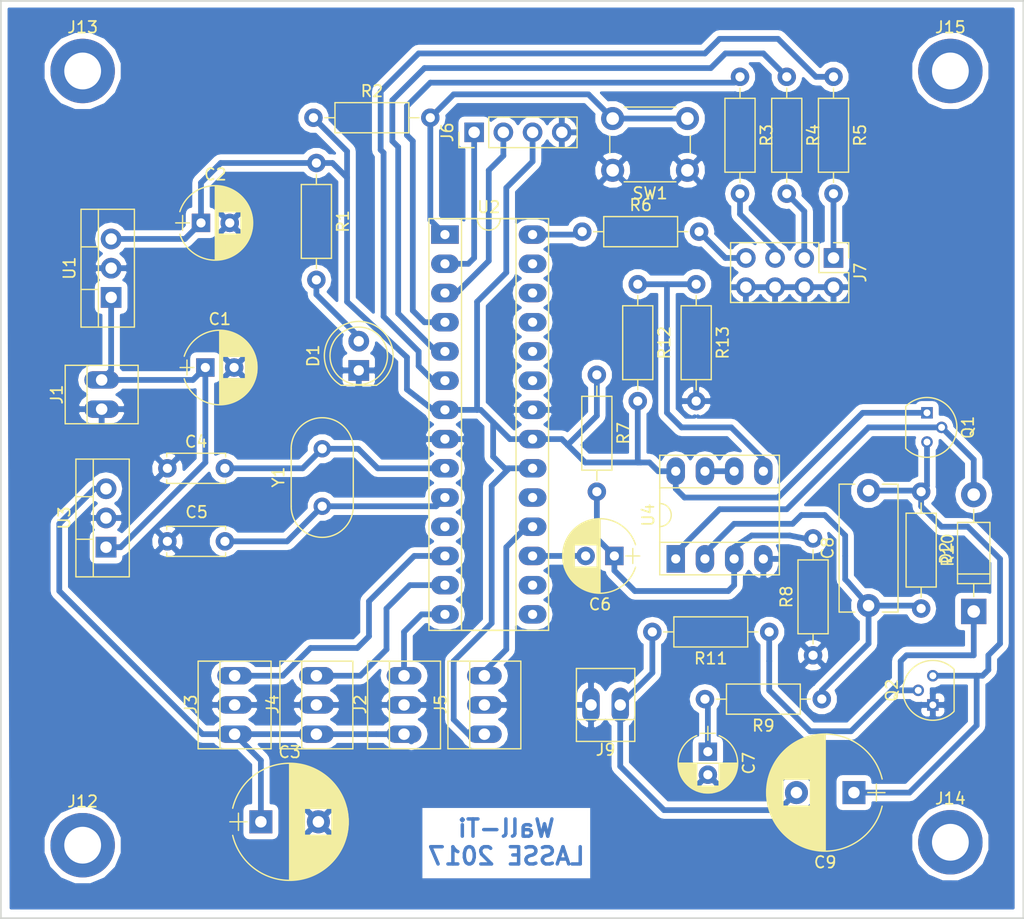
<source format=kicad_pcb>
(kicad_pcb (version 4) (host pcbnew 4.0.6-e0-6349~53~ubuntu14.04.1)
  (layers (0 F.Cu signal) (31 B.Cu signal) (34 B.Paste user) (35 F.Paste user) (36 B.SilkS user) (37 F.SilkS user) (38 B.Mask user) (39 F.Mask user) (44 Edge.Cuts user))
  (net 0 "")
  (net 1 "Net-(C1-Pad1)")
  (net 2 GND)
  (net 3 VCC)
  (net 4 "Net-(C3-Pad1)")
  (net 5 "Net-(C4-Pad2)")
  (net 6 "Net-(C5-Pad2)")
  (net 7 "Net-(C6-Pad1)")
  (net 8 "Net-(C6-Pad2)")
  (net 9 "Net-(C7-Pad1)")
  (net 10 "Net-(C8-Pad1)")
  (net 11 "Net-(C8-Pad2)")
  (net 12 "Net-(C9-Pad2)")
  (net 13 "Net-(D1-Pad2)")
  (net 14 "Net-(D2-Pad1)")
  (net 15 "Net-(D2-Pad2)")
  (net 16 "Net-(J2-Pad3)")
  (net 17 "Net-(J3-Pad3)")
  (net 18 "Net-(J4-Pad3)")
  (net 19 "Net-(J5-Pad3)")
  (net 20 "Net-(J6-Pad1)")
  (net 21 "Net-(J6-Pad2)")
  (net 22 "Net-(J7-Pad1)")
  (net 23 "Net-(R2-Pad2)")
  (net 24 "Net-(R3-Pad1)")
  (net 25 "Net-(R4-Pad1)")
  (net 26 "Net-(R5-Pad1)")
  (net 27 "Net-(R6-Pad1)")
  (net 28 "Net-(R12-Pad1)")
  (net 29 "Net-(U2-Pad15)")
  (net 30 "Net-(U2-Pad16)")
  (net 31 "Net-(U2-Pad19)")
  (net 32 "Net-(U2-Pad23)")
  (net 33 "Net-(U2-Pad24)")
  (net 34 "Net-(U2-Pad25)")
  (net 35 "Net-(U2-Pad26)")
  (net 36 "Net-(U2-Pad27)")
  (net 37 "Net-(U4-Pad6)")
  (net 38 "Net-(U2-Pad11)")
  (net 39 "Net-(J12-Pad1)")
  (net 40 "Net-(J13-Pad1)")
  (net 41 "Net-(J14-Pad1)")
  (net 42 "Net-(J15-Pad1)")
  (net 43 "Net-(J7-Pad3)")
  (net 44 "Net-(J7-Pad5)")
  (net 45 "Net-(J7-Pad7)")
  (module Connectors:PINHEAD1-3 (layer F.Cu) (at 115.951 119.634 90)
    (fp_text reference J5 (at 2.59 -3.8 90) (layer F.SilkS))
    (fp_text value Ultrassom)
    (pad 1 thru_hole oval (at 0 0 90) (size 1.51 3.01) (drill 1) (layers *.Cu *.Mask) (net 3 VCC))
    (pad 2 thru_hole oval (at 2.54 0 90) (size 1.51 3.01) (drill 1) (layers *.Cu *.Mask) (net 2 GND))
    (pad 3 thru_hole oval (at 5.08 0 90) (size 1.51 3.01) (drill 1) (layers *.Cu *.Mask) (net 19 "Net-(J5-Pad3)"))
  )
  (module Capacitors_THT:C_Disc_D11.0mm_W5.0mm_P10.00mm (layer F.Cu) (at 149.352 108.458 90)
    (fp_text reference C8 (at 5 -3.56 90) (layer F.SilkS))
    (fp_text value 100nF)
    (pad 1 thru_hole circle (at 0 0 90) (size 2 2) (drill 1) (layers *.Cu *.Mask) (net 10 "Net-(C8-Pad1)"))
    (pad 2 thru_hole circle (at 10 0 90) (size 2 2) (drill 1) (layers *.Cu *.Mask) (net 11 "Net-(C8-Pad2)"))
  )
  (module Capacitors_THT:CP_Radial_D6.3mm_P2.50mm (layer F.Cu) (at 91.694 87.757)
    (fp_text reference C1 (at 1.25 -4.21) (layer F.SilkS))
    (fp_text value 10uF)
    (pad 1 thru_hole rect (at 0 0) (size 1.6 1.6) (drill 0.8) (layers *.Cu *.Mask) (net 1 "Net-(C1-Pad1)"))
    (pad 2 thru_hole circle (at 2.5 0) (size 1.6 1.6) (drill 0.8) (layers *.Cu *.Mask) (net 2 GND))
  )
  (module Capacitors_THT:CP_Radial_D6.3mm_P2.50mm (layer F.Cu) (at 91.313 75.184)
    (fp_text reference C2 (at 1.25 -4.21) (layer F.SilkS))
    (fp_text value 10uF)
    (pad 1 thru_hole rect (at 0 0) (size 1.6 1.6) (drill 0.8) (layers *.Cu *.Mask) (net 3 VCC))
    (pad 2 thru_hole circle (at 2.5 0) (size 1.6 1.6) (drill 0.8) (layers *.Cu *.Mask) (net 2 GND))
  )
  (module Capacitors_THT:CP_Radial_D10.0mm_P5.00mm (layer F.Cu) (at 96.52 127.254)
    (fp_text reference C3 (at 2.5 -6.06) (layer F.SilkS))
    (fp_text value 330uF)
    (pad 1 thru_hole rect (at 0 0) (size 2 2) (drill 1) (layers *.Cu *.Mask) (net 4 "Net-(C3-Pad1)"))
    (pad 2 thru_hole circle (at 5 0) (size 2 2) (drill 1) (layers *.Cu *.Mask) (net 2 GND))
  )
  (module Capacitors_THT:C_Disc_D5.0mm_W2.5mm_P5.00mm (layer F.Cu) (at 88.392 96.52)
    (fp_text reference C4 (at 2.5 -2.31) (layer F.SilkS))
    (fp_text value 22pF)
    (pad 1 thru_hole circle (at 0 0) (size 1.6 1.6) (drill 0.8) (layers *.Cu *.Mask) (net 2 GND))
    (pad 2 thru_hole circle (at 5 0) (size 1.6 1.6) (drill 0.8) (layers *.Cu *.Mask) (net 5 "Net-(C4-Pad2)"))
  )
  (module Capacitors_THT:C_Disc_D5.0mm_W2.5mm_P5.00mm (layer F.Cu) (at 88.392 102.87)
    (fp_text reference C5 (at 2.54 -2.54) (layer F.SilkS))
    (fp_text value 22pF)
    (pad 1 thru_hole circle (at 0 0) (size 1.6 1.6) (drill 0.8) (layers *.Cu *.Mask) (net 2 GND))
    (pad 2 thru_hole circle (at 5 0) (size 1.6 1.6) (drill 0.8) (layers *.Cu *.Mask) (net 6 "Net-(C5-Pad2)"))
  )
  (module Capacitors_THT:CP_Radial_D6.3mm_P2.50mm (layer F.Cu) (at 127.254 104.14 180)
    (fp_text reference C6 (at 1.25 -4.21 180) (layer F.SilkS))
    (fp_text value 10uF)
    (pad 1 thru_hole rect (at 0 0 180) (size 1.6 1.6) (drill 0.8) (layers *.Cu *.Mask) (net 7 "Net-(C6-Pad1)"))
    (pad 2 thru_hole circle (at 2.5 0 180) (size 1.6 1.6) (drill 0.8) (layers *.Cu *.Mask) (net 8 "Net-(C6-Pad2)"))
  )
  (module Capacitors_THT:CP_Radial_D5.0mm_P2.00mm (layer F.Cu) (at 135.382 121.158 270)
    (fp_text reference C7 (at 1 -3.56 270) (layer F.SilkS))
    (fp_text value 2.2nF)
    (pad 1 thru_hole rect (at 0 0 270) (size 1.6 1.6) (drill 0.8) (layers *.Cu *.Mask) (net 9 "Net-(C7-Pad1)"))
    (pad 2 thru_hole circle (at 2 0 270) (size 1.6 1.6) (drill 0.8) (layers *.Cu *.Mask) (net 2 GND))
  )
  (module Capacitors_THT:CP_Radial_D10.0mm_P5.00mm (layer F.Cu) (at 148.082 124.714 180)
    (fp_text reference C9 (at 2.5 -6.06 180) (layer F.SilkS))
    (fp_text value 470uF)
    (pad 1 thru_hole rect (at 0 0 180) (size 2 2) (drill 1) (layers *.Cu *.Mask) (net 11 "Net-(C8-Pad2)"))
    (pad 2 thru_hole circle (at 5 0 180) (size 2 2) (drill 1) (layers *.Cu *.Mask) (net 12 "Net-(C9-Pad2)"))
  )
  (module LEDs:LED_D5.0mm (layer F.Cu) (at 105.029 88.011 90)
    (fp_text reference D1 (at 1.27 -3.96 90) (layer F.SilkS))
    (fp_text value LED)
    (pad 1 thru_hole rect (at 0 0 90) (size 1.8 1.8) (drill 0.9) (layers *.Cu *.Mask) (net 2 GND))
    (pad 2 thru_hole circle (at 2.54 0 90) (size 1.8 1.8) (drill 0.9) (layers *.Cu *.Mask) (net 13 "Net-(D1-Pad2)"))
  )
  (module Diodes_THT:D_DO-41_SOD81_P10.16mm_Horizontal (layer F.Cu) (at 158.496 108.966 90)
    (fp_text reference D2 (at 5.08 -2.41 90) (layer F.SilkS))
    (fp_text value D)
    (pad 1 thru_hole rect (at 0 0 90) (size 2.2 2.2) (drill 1.1) (layers *.Cu *.Mask) (net 14 "Net-(D2-Pad1)"))
    (pad 2 thru_hole oval (at 10.16 0 90) (size 2.2 2.2) (drill 1.1) (layers *.Cu *.Mask) (net 15 "Net-(D2-Pad2)"))
  )
  (module Connectors:PINHEAD1-2 (layer F.Cu) (at 82.677 91.3765 90)
    (fp_text reference J1 (at 1.27 -3.9 90) (layer F.SilkS))
    (fp_text value Battery)
    (pad 1 thru_hole oval (at 0 0 90) (size 1.51 3.01) (drill 1) (layers *.Cu *.Mask) (net 2 GND))
    (pad 2 thru_hole oval (at 2.54 0 90) (size 1.51 3.01) (drill 1) (layers *.Cu *.Mask) (net 1 "Net-(C1-Pad1)"))
  )
  (module Connectors:PINHEAD1-3 (layer F.Cu) (at 108.966 119.634 90)
    (fp_text reference J2 (at 2.59 -3.8 90) (layer F.SilkS))
    (fp_text value Servo1)
    (pad 1 thru_hole oval (at 0 0 90) (size 1.51 3.01) (drill 1) (layers *.Cu *.Mask) (net 4 "Net-(C3-Pad1)"))
    (pad 2 thru_hole oval (at 2.54 0 90) (size 1.51 3.01) (drill 1) (layers *.Cu *.Mask) (net 2 GND))
    (pad 3 thru_hole oval (at 5.08 0 90) (size 1.51 3.01) (drill 1) (layers *.Cu *.Mask) (net 16 "Net-(J2-Pad3)"))
  )
  (module Connectors:PINHEAD1-3 (layer F.Cu) (at 94.234 119.634 90)
    (fp_text reference J3 (at 2.59 -3.8 90) (layer F.SilkS))
    (fp_text value Servo2)
    (pad 1 thru_hole oval (at 0 0 90) (size 1.51 3.01) (drill 1) (layers *.Cu *.Mask) (net 4 "Net-(C3-Pad1)"))
    (pad 2 thru_hole oval (at 2.54 0 90) (size 1.51 3.01) (drill 1) (layers *.Cu *.Mask) (net 2 GND))
    (pad 3 thru_hole oval (at 5.08 0 90) (size 1.51 3.01) (drill 1) (layers *.Cu *.Mask) (net 17 "Net-(J3-Pad3)"))
  )
  (module Connectors:PINHEAD1-3 (layer F.Cu) (at 101.346 119.634 90)
    (fp_text reference J4 (at 2.59 -3.8 90) (layer F.SilkS))
    (fp_text value Servo3)
    (pad 1 thru_hole oval (at 0 0 90) (size 1.51 3.01) (drill 1) (layers *.Cu *.Mask) (net 4 "Net-(C3-Pad1)"))
    (pad 2 thru_hole oval (at 2.54 0 90) (size 1.51 3.01) (drill 1) (layers *.Cu *.Mask) (net 2 GND))
    (pad 3 thru_hole oval (at 5.08 0 90) (size 1.51 3.01) (drill 1) (layers *.Cu *.Mask) (net 18 "Net-(J4-Pad3)"))
  )
  (module Connectors:PINHEAD1-2 (layer F.Cu) (at 127.762 117.094 180)
    (fp_text reference J9 (at 1.27 -3.9 180) (layer F.SilkS))
    (fp_text value Speaker)
    (pad 1 thru_hole oval (at 0 0 180) (size 1.51 3.01) (drill 1) (layers *.Cu *.Mask) (net 12 "Net-(C9-Pad2)"))
    (pad 2 thru_hole oval (at 2.54 0 180) (size 1.51 3.01) (drill 1) (layers *.Cu *.Mask) (net 2 GND))
  )
  (module TO_SOT_Packages_THT:TO-92_Molded_Narrow (layer F.Cu) (at 154.432 91.694 270)
    (fp_text reference Q1 (at 1.27 -3.56 270) (layer F.SilkS))
    (fp_text value BC237)
    (pad 2 thru_hole circle (at 1.27 -1.27) (size 1 1) (drill 0.6) (layers *.Cu *.Mask) (net 15 "Net-(D2-Pad2)"))
    (pad 3 thru_hole circle (at 2.54 0) (size 1 1) (drill 0.6) (layers *.Cu *.Mask) (net 11 "Net-(C8-Pad2)"))
    (pad 1 thru_hole rect (at 0 0) (size 1 1) (drill 0.6) (layers *.Cu *.Mask) (net 3 VCC))
  )
  (module TO_SOT_Packages_THT:TO-92_Molded_Narrow (layer F.Cu) (at 154.94 117.094 90)
    (fp_text reference Q2 (at 1.27 -3.56 90) (layer F.SilkS))
    (fp_text value BC307)
    (pad 2 thru_hole circle (at 1.27 -1.27 180) (size 1 1) (drill 0.6) (layers *.Cu *.Mask) (net 14 "Net-(D2-Pad1)"))
    (pad 3 thru_hole circle (at 2.54 0 180) (size 1 1) (drill 0.6) (layers *.Cu *.Mask) (net 11 "Net-(C8-Pad2)"))
    (pad 1 thru_hole rect (at 0 0 180) (size 1 1) (drill 0.6) (layers *.Cu *.Mask) (net 2 GND))
  )
  (module Resistors_THT:R_Axial_DIN0207_L6.3mm_D2.5mm_P10.16mm_Horizontal (layer F.Cu) (at 101.346 69.977 270)
    (fp_text reference R1 (at 5.08 -2.31 270) (layer F.SilkS))
    (fp_text value 220)
    (pad 1 thru_hole circle (at 0 0 270) (size 1.6 1.6) (drill 0.8) (layers *.Cu *.Mask) (net 3 VCC))
    (pad 2 thru_hole oval (at 10.16 0 270) (size 1.6 1.6) (drill 0.8) (layers *.Cu *.Mask) (net 13 "Net-(D1-Pad2)"))
  )
  (module Resistors_THT:R_Axial_DIN0207_L6.3mm_D2.5mm_P10.16mm_Horizontal (layer F.Cu) (at 101.092 66.04)
    (fp_text reference R2 (at 5.08 -2.31) (layer F.SilkS))
    (fp_text value 10K)
    (pad 1 thru_hole circle (at 0 0) (size 1.6 1.6) (drill 0.8) (layers *.Cu *.Mask) (net 3 VCC))
    (pad 2 thru_hole oval (at 10.16 0) (size 1.6 1.6) (drill 0.8) (layers *.Cu *.Mask) (net 23 "Net-(R2-Pad2)"))
  )
  (module Resistors_THT:R_Axial_DIN0207_L6.3mm_D2.5mm_P10.16mm_Horizontal (layer F.Cu) (at 138.176 62.484 270)
    (fp_text reference R3 (at 5.08 -2.31 270) (layer F.SilkS))
    (fp_text value 330)
    (pad 1 thru_hole circle (at 0 0 270) (size 1.6 1.6) (drill 0.8) (layers *.Cu *.Mask) (net 24 "Net-(R3-Pad1)"))
    (pad 2 thru_hole oval (at 10.16 0 270) (size 1.6 1.6) (drill 0.8) (layers *.Cu *.Mask) (net 44 "Net-(J7-Pad5)"))
  )
  (module Resistors_THT:R_Axial_DIN0207_L6.3mm_D2.5mm_P10.16mm_Horizontal (layer F.Cu) (at 142.24 62.484 270)
    (fp_text reference R4 (at 5.08 -2.31 270) (layer F.SilkS))
    (fp_text value 330)
    (pad 1 thru_hole circle (at 0 0 270) (size 1.6 1.6) (drill 0.8) (layers *.Cu *.Mask) (net 25 "Net-(R4-Pad1)"))
    (pad 2 thru_hole oval (at 10.16 0 270) (size 1.6 1.6) (drill 0.8) (layers *.Cu *.Mask) (net 43 "Net-(J7-Pad3)"))
  )
  (module Resistors_THT:R_Axial_DIN0207_L6.3mm_D2.5mm_P10.16mm_Horizontal (layer F.Cu) (at 146.304 62.484 270)
    (fp_text reference R5 (at 5.08 -2.31 270) (layer F.SilkS))
    (fp_text value 330)
    (pad 1 thru_hole circle (at 0 0 270) (size 1.6 1.6) (drill 0.8) (layers *.Cu *.Mask) (net 26 "Net-(R5-Pad1)"))
    (pad 2 thru_hole oval (at 10.16 0 270) (size 1.6 1.6) (drill 0.8) (layers *.Cu *.Mask) (net 22 "Net-(J7-Pad1)"))
  )
  (module Resistors_THT:R_Axial_DIN0207_L6.3mm_D2.5mm_P10.16mm_Horizontal (layer F.Cu) (at 124.46 75.946)
    (fp_text reference R6 (at 5.08 -2.31) (layer F.SilkS))
    (fp_text value 330)
    (pad 1 thru_hole circle (at 0 0) (size 1.6 1.6) (drill 0.8) (layers *.Cu *.Mask) (net 27 "Net-(R6-Pad1)"))
    (pad 2 thru_hole oval (at 10.16 0) (size 1.6 1.6) (drill 0.8) (layers *.Cu *.Mask) (net 45 "Net-(J7-Pad7)"))
  )
  (module Resistors_THT:R_Axial_DIN0207_L6.3mm_D2.5mm_P10.16mm_Horizontal (layer F.Cu) (at 125.73 88.392 270)
    (fp_text reference R7 (at 5.08 -2.31 270) (layer F.SilkS))
    (fp_text value 120k)
    (pad 1 thru_hole circle (at 0 0 270) (size 1.6 1.6) (drill 0.8) (layers *.Cu *.Mask) (net 3 VCC))
    (pad 2 thru_hole oval (at 10.16 0 270) (size 1.6 1.6) (drill 0.8) (layers *.Cu *.Mask) (net 7 "Net-(C6-Pad1)"))
  )
  (module Resistors_THT:R_Axial_DIN0207_L6.3mm_D2.5mm_P10.16mm_Horizontal (layer F.Cu) (at 144.526 112.776 90)
    (fp_text reference R8 (at 5.08 -2.31 90) (layer F.SilkS))
    (fp_text value 120k)
    (pad 1 thru_hole circle (at 0 0 90) (size 1.6 1.6) (drill 0.8) (layers *.Cu *.Mask) (net 2 GND))
    (pad 2 thru_hole oval (at 10.16 0 90) (size 1.6 1.6) (drill 0.8) (layers *.Cu *.Mask) (net 7 "Net-(C6-Pad1)"))
  )
  (module Resistors_THT:R_Axial_DIN0207_L6.3mm_D2.5mm_P10.16mm_Horizontal (layer F.Cu) (at 145.288 116.586 180)
    (fp_text reference R9 (at 5.08 -2.31 180) (layer F.SilkS))
    (fp_text value 560)
    (pad 1 thru_hole circle (at 0 0 180) (size 1.6 1.6) (drill 0.8) (layers *.Cu *.Mask) (net 10 "Net-(C8-Pad1)"))
    (pad 2 thru_hole oval (at 10.16 0 180) (size 1.6 1.6) (drill 0.8) (layers *.Cu *.Mask) (net 9 "Net-(C7-Pad1)"))
  )
  (module Resistors_THT:R_Axial_DIN0207_L6.3mm_D2.5mm_P10.16mm_Horizontal (layer F.Cu) (at 153.924 98.552 270)
    (fp_text reference R10 (at 5.08 -2.31 270) (layer F.SilkS))
    (fp_text value 5.60k)
    (pad 1 thru_hole circle (at 0 0 270) (size 1.6 1.6) (drill 0.8) (layers *.Cu *.Mask) (net 11 "Net-(C8-Pad2)"))
    (pad 2 thru_hole oval (at 10.16 0 270) (size 1.6 1.6) (drill 0.8) (layers *.Cu *.Mask) (net 10 "Net-(C8-Pad1)"))
  )
  (module Resistors_THT:R_Axial_DIN0207_L6.3mm_D2.5mm_P10.16mm_Horizontal (layer F.Cu) (at 140.716 110.744 180)
    (fp_text reference R11 (at 5.08 -2.31 180) (layer F.SilkS))
    (fp_text value 220)
    (pad 1 thru_hole circle (at 0 0 180) (size 1.6 1.6) (drill 0.8) (layers *.Cu *.Mask) (net 14 "Net-(D2-Pad1)"))
    (pad 2 thru_hole oval (at 10.16 0 180) (size 1.6 1.6) (drill 0.8) (layers *.Cu *.Mask) (net 12 "Net-(C9-Pad2)"))
  )
  (module TO_SOT_Packages_THT:TO-220_Vertical (layer F.Cu) (at 83.5025 81.661 90)
    (fp_text reference U1 (at 2.54 -3.62 90) (layer F.SilkS))
    (fp_text value LM78xx)
    (pad 1 thru_hole rect (at 0 0 90) (size 1.8 1.8) (drill 1) (layers *.Cu *.Mask) (net 1 "Net-(C1-Pad1)"))
    (pad 2 thru_hole oval (at 2.54 0 90) (size 1.8 1.8) (drill 1) (layers *.Cu *.Mask) (net 2 GND))
    (pad 3 thru_hole oval (at 5.08 0 90) (size 1.8 1.8) (drill 1) (layers *.Cu *.Mask) (net 3 VCC))
  )
  (module Housings_DIP:DIP-28_W7.62mm_Socket_LongPads (layer F.Cu) (at 112.522 76.2)
    (fp_text reference U2 (at 3.81 -2.39) (layer F.SilkS))
    (fp_text value ATMEGA328-PU)
    (pad 1 thru_hole rect (at 0 0) (size 2.4 1.6) (drill 0.8) (layers *.Cu *.Mask) (net 23 "Net-(R2-Pad2)"))
    (pad 15 thru_hole oval (at 7.62 33.02) (size 2.4 1.6) (drill 0.8) (layers *.Cu *.Mask) (net 29 "Net-(U2-Pad15)"))
    (pad 2 thru_hole oval (at 0 2.54) (size 2.4 1.6) (drill 0.8) (layers *.Cu *.Mask) (net 20 "Net-(J6-Pad1)"))
    (pad 16 thru_hole oval (at 7.62 30.48) (size 2.4 1.6) (drill 0.8) (layers *.Cu *.Mask) (net 30 "Net-(U2-Pad16)"))
    (pad 3 thru_hole oval (at 0 5.08) (size 2.4 1.6) (drill 0.8) (layers *.Cu *.Mask) (net 21 "Net-(J6-Pad2)"))
    (pad 17 thru_hole oval (at 7.62 27.94) (size 2.4 1.6) (drill 0.8) (layers *.Cu *.Mask) (net 8 "Net-(C6-Pad2)"))
    (pad 4 thru_hole oval (at 0 7.62) (size 2.4 1.6) (drill 0.8) (layers *.Cu *.Mask) (net 24 "Net-(R3-Pad1)"))
    (pad 18 thru_hole oval (at 7.62 25.4) (size 2.4 1.6) (drill 0.8) (layers *.Cu *.Mask) (net 19 "Net-(J5-Pad3)"))
    (pad 5 thru_hole oval (at 0 10.16) (size 2.4 1.6) (drill 0.8) (layers *.Cu *.Mask) (net 25 "Net-(R4-Pad1)"))
    (pad 19 thru_hole oval (at 7.62 22.86) (size 2.4 1.6) (drill 0.8) (layers *.Cu *.Mask) (net 31 "Net-(U2-Pad19)"))
    (pad 6 thru_hole oval (at 0 12.7) (size 2.4 1.6) (drill 0.8) (layers *.Cu *.Mask) (net 26 "Net-(R5-Pad1)"))
    (pad 20 thru_hole oval (at 7.62 20.32) (size 2.4 1.6) (drill 0.8) (layers *.Cu *.Mask) (net 3 VCC))
    (pad 7 thru_hole oval (at 0 15.24) (size 2.4 1.6) (drill 0.8) (layers *.Cu *.Mask) (net 3 VCC))
    (pad 21 thru_hole oval (at 7.62 17.78) (size 2.4 1.6) (drill 0.8) (layers *.Cu *.Mask) (net 3 VCC))
    (pad 8 thru_hole oval (at 0 17.78) (size 2.4 1.6) (drill 0.8) (layers *.Cu *.Mask) (net 2 GND))
    (pad 22 thru_hole oval (at 7.62 15.24) (size 2.4 1.6) (drill 0.8) (layers *.Cu *.Mask) (net 2 GND))
    (pad 9 thru_hole oval (at 0 20.32) (size 2.4 1.6) (drill 0.8) (layers *.Cu *.Mask) (net 5 "Net-(C4-Pad2)"))
    (pad 23 thru_hole oval (at 7.62 12.7) (size 2.4 1.6) (drill 0.8) (layers *.Cu *.Mask) (net 32 "Net-(U2-Pad23)"))
    (pad 10 thru_hole oval (at 0 22.86) (size 2.4 1.6) (drill 0.8) (layers *.Cu *.Mask) (net 6 "Net-(C5-Pad2)"))
    (pad 24 thru_hole oval (at 7.62 10.16) (size 2.4 1.6) (drill 0.8) (layers *.Cu *.Mask) (net 33 "Net-(U2-Pad24)"))
    (pad 11 thru_hole oval (at 0 25.4) (size 2.4 1.6) (drill 0.8) (layers *.Cu *.Mask) (net 38 "Net-(U2-Pad11)"))
    (pad 25 thru_hole oval (at 7.62 7.62) (size 2.4 1.6) (drill 0.8) (layers *.Cu *.Mask) (net 34 "Net-(U2-Pad25)"))
    (pad 12 thru_hole oval (at 0 27.94) (size 2.4 1.6) (drill 0.8) (layers *.Cu *.Mask) (net 17 "Net-(J3-Pad3)"))
    (pad 26 thru_hole oval (at 7.62 5.08) (size 2.4 1.6) (drill 0.8) (layers *.Cu *.Mask) (net 35 "Net-(U2-Pad26)"))
    (pad 13 thru_hole oval (at 0 30.48) (size 2.4 1.6) (drill 0.8) (layers *.Cu *.Mask) (net 18 "Net-(J4-Pad3)"))
    (pad 27 thru_hole oval (at 7.62 2.54) (size 2.4 1.6) (drill 0.8) (layers *.Cu *.Mask) (net 36 "Net-(U2-Pad27)"))
    (pad 14 thru_hole oval (at 0 33.02) (size 2.4 1.6) (drill 0.8) (layers *.Cu *.Mask) (net 16 "Net-(J2-Pad3)"))
    (pad 28 thru_hole oval (at 7.62 0) (size 2.4 1.6) (drill 0.8) (layers *.Cu *.Mask) (net 27 "Net-(R6-Pad1)"))
  )
  (module TO_SOT_Packages_THT:TO-220_Vertical (layer F.Cu) (at 83.058 103.378 90)
    (fp_text reference U3 (at 2.54 -3.62 90) (layer F.SilkS))
    (fp_text value LM78xx)
    (pad 1 thru_hole rect (at 0 0 90) (size 1.8 1.8) (drill 1) (layers *.Cu *.Mask) (net 1 "Net-(C1-Pad1)"))
    (pad 2 thru_hole oval (at 2.54 0 90) (size 1.8 1.8) (drill 1) (layers *.Cu *.Mask) (net 2 GND))
    (pad 3 thru_hole oval (at 5.08 0 90) (size 1.8 1.8) (drill 1) (layers *.Cu *.Mask) (net 4 "Net-(C3-Pad1)"))
  )
  (module Housings_DIP:DIP-8_W7.62mm_Socket_LongPads (layer F.Cu) (at 132.588 104.394 90)
    (fp_text reference U4 (at 3.81 -2.39 90) (layer F.SilkS))
    (fp_text value LM358P)
    (pad 1 thru_hole rect (at 0 0 90) (size 2.4 1.6) (drill 0.8) (layers *.Cu *.Mask) (net 15 "Net-(D2-Pad2)"))
    (pad 5 thru_hole oval (at 7.62 7.62 90) (size 2.4 1.6) (drill 0.8) (layers *.Cu *.Mask) (net 28 "Net-(R12-Pad1)"))
    (pad 2 thru_hole oval (at 0 2.54 90) (size 2.4 1.6) (drill 0.8) (layers *.Cu *.Mask) (net 10 "Net-(C8-Pad1)"))
    (pad 6 thru_hole oval (at 7.62 5.08 90) (size 2.4 1.6) (drill 0.8) (layers *.Cu *.Mask) (net 37 "Net-(U4-Pad6)"))
    (pad 3 thru_hole oval (at 0 5.08 90) (size 2.4 1.6) (drill 0.8) (layers *.Cu *.Mask) (net 7 "Net-(C6-Pad1)"))
    (pad 7 thru_hole oval (at 7.62 2.54 90) (size 2.4 1.6) (drill 0.8) (layers *.Cu *.Mask) (net 37 "Net-(U4-Pad6)"))
    (pad 4 thru_hole oval (at 0 7.62 90) (size 2.4 1.6) (drill 0.8) (layers *.Cu *.Mask) (net 2 GND))
    (pad 8 thru_hole oval (at 7.62 0 90) (size 2.4 1.6) (drill 0.8) (layers *.Cu *.Mask) (net 3 VCC))
  )
  (module Crystals:Resonator-2pin_w10.0mm_h5.0mm (layer F.Cu) (at 101.854 99.822 90)
    (fp_text reference Y1 (at 2.54 -3.81 90) (layer F.SilkS))
    (fp_text value "16MHz Crystal")
    (pad 1 thru_hole circle (at 0 0 90) (size 1.5 1.5) (drill 0.8) (layers *.Cu *.Mask) (net 6 "Net-(C5-Pad2)"))
    (pad 2 thru_hole circle (at 5 0 90) (size 1.5 1.5) (drill 0.8) (layers *.Cu *.Mask) (net 5 "Net-(C4-Pad2)"))
  )
  (module Buttons_Switches_THT:SW_PUSH_6mm_h5mm (layer F.Cu) (at 133.604 70.612 180)
    (fp_text reference SW1 (at 3.25 -2 180) (layer F.SilkS))
    (fp_text value SW_Push)
    (pad 2 thru_hole circle (at 0 4.5 270) (size 2 2) (drill 1.1) (layers *.Cu *.Mask) (net 23 "Net-(R2-Pad2)"))
    (pad 1 thru_hole circle (at 0 0 270) (size 2 2) (drill 1.1) (layers *.Cu *.Mask) (net 2 GND))
    (pad 2 thru_hole circle (at 6.5 4.5 270) (size 2 2) (drill 1.1) (layers *.Cu *.Mask) (net 23 "Net-(R2-Pad2)"))
    (pad 1 thru_hole circle (at 6.5 0 270) (size 2 2) (drill 1.1) (layers *.Cu *.Mask) (net 2 GND))
  )
  (module Resistors_THT:R_Axial_DIN0207_L6.3mm_D2.5mm_P10.16mm_Horizontal (layer F.Cu) (at 129.286 80.518 270)
    (fp_text reference R12 (at 5.08 -2.31 270) (layer F.SilkS))
    (fp_text value R)
    (pad 1 thru_hole circle (at 0 0 270) (size 1.6 1.6) (drill 0.8) (layers *.Cu *.Mask) (net 28 "Net-(R12-Pad1)"))
    (pad 2 thru_hole oval (at 10.16 0 270) (size 1.6 1.6) (drill 0.8) (layers *.Cu *.Mask) (net 3 VCC))
  )
  (module Resistors_THT:R_Axial_DIN0207_L6.3mm_D2.5mm_P10.16mm_Horizontal (layer F.Cu) (at 134.366 80.518 270)
    (fp_text reference R13 (at 5.08 -2.31 270) (layer F.SilkS))
    (fp_text value R)
    (pad 1 thru_hole circle (at 0 0 270) (size 1.6 1.6) (drill 0.8) (layers *.Cu *.Mask) (net 28 "Net-(R12-Pad1)"))
    (pad 2 thru_hole oval (at 10.16 0 270) (size 1.6 1.6) (drill 0.8) (layers *.Cu *.Mask) (net 2 GND))
  )
  (module Mounting_Holes:MountingHole_3.2mm_M3_DIN965_Pad (layer F.Cu) (at 81.026 129.286)
    (fp_text reference J12 (at 0 -3.8) (layer F.SilkS))
    (fp_text value CONN_01X01)
    (pad 1 thru_hole circle (at 0 0) (size 5.6 5.6) (drill 3.2) (layers *.Cu *.Mask) (net 39 "Net-(J12-Pad1)"))
  )
  (module Mounting_Holes:MountingHole_3.2mm_M3_DIN965_Pad (layer F.Cu) (at 81.026 61.976)
    (fp_text reference J13 (at 0 -3.8) (layer F.SilkS))
    (fp_text value CONN_01X01)
    (pad 1 thru_hole circle (at 0 0) (size 5.6 5.6) (drill 3.2) (layers *.Cu *.Mask) (net 40 "Net-(J13-Pad1)"))
  )
  (module Mounting_Holes:MountingHole_3.2mm_M3_DIN965_Pad (layer F.Cu) (at 156.464 129.032)
    (fp_text reference J14 (at 0 -3.8) (layer F.SilkS))
    (fp_text value CONN_01X01)
    (pad 1 thru_hole circle (at 0 0) (size 5.6 5.6) (drill 3.2) (layers *.Cu *.Mask) (net 41 "Net-(J14-Pad1)"))
  )
  (module Mounting_Holes:MountingHole_3.2mm_M3_DIN965_Pad (layer F.Cu) (at 156.464 61.976)
    (fp_text reference J15 (at 0 -3.8) (layer F.SilkS))
    (fp_text value CONN_01X01)
    (pad 1 thru_hole circle (at 0 0) (size 5.6 5.6) (drill 3.2) (layers *.Cu *.Mask) (net 42 "Net-(J15-Pad1)"))
  )
  (module Pin_Headers:Pin_Header_Straight_1x04_Pitch2.54mm (layer F.Cu) (at 115.062 67.31 90)
    (fp_text reference J6 (at 0 -2.33 90) (layer F.SilkS))
    (fp_text value SerialConnection)
    (pad 1 thru_hole rect (at 0 0 90) (size 1.7 1.7) (drill 1) (layers *.Cu *.Mask) (net 20 "Net-(J6-Pad1)"))
    (pad 2 thru_hole oval (at 0 2.54 90) (size 1.7 1.7) (drill 1) (layers *.Cu *.Mask) (net 21 "Net-(J6-Pad2)"))
    (pad 3 thru_hole oval (at 0 5.08 90) (size 1.7 1.7) (drill 1) (layers *.Cu *.Mask) (net 3 VCC))
    (pad 4 thru_hole oval (at 0 7.62 90) (size 1.7 1.7) (drill 1) (layers *.Cu *.Mask) (net 2 GND))
  )
  (module Pin_Headers:Pin_Header_Straight_2x04_Pitch2.54mm (layer F.Cu) (at 146.304 78.232 270)
    (fp_text reference J7 (at 1.27 -2.33 270) (layer F.SilkS))
    (fp_text value LEDS)
    (pad 1 thru_hole rect (at 0 0 270) (size 1.7 1.7) (drill 1) (layers *.Cu *.Mask) (net 22 "Net-(J7-Pad1)"))
    (pad 2 thru_hole oval (at 2.54 0 270) (size 1.7 1.7) (drill 1) (layers *.Cu *.Mask) (net 2 GND))
    (pad 3 thru_hole oval (at 0 2.54 270) (size 1.7 1.7) (drill 1) (layers *.Cu *.Mask) (net 43 "Net-(J7-Pad3)"))
    (pad 4 thru_hole oval (at 2.54 2.54 270) (size 1.7 1.7) (drill 1) (layers *.Cu *.Mask) (net 2 GND))
    (pad 5 thru_hole oval (at 0 5.08 270) (size 1.7 1.7) (drill 1) (layers *.Cu *.Mask) (net 44 "Net-(J7-Pad5)"))
    (pad 6 thru_hole oval (at 2.54 5.08 270) (size 1.7 1.7) (drill 1) (layers *.Cu *.Mask) (net 2 GND))
    (pad 7 thru_hole oval (at 0 7.62 270) (size 1.7 1.7) (drill 1) (layers *.Cu *.Mask) (net 45 "Net-(J7-Pad7)"))
    (pad 8 thru_hole oval (at 2.54 7.62 270) (size 1.7 1.7) (drill 1) (layers *.Cu *.Mask) (net 2 GND))
  )
  (gr_text "Wall-Ti\nLASSE 2017" (at 117.856 129.032) (layer B.Cu) (effects (font (size 1.5 1.5) (thickness 0.3)) (justify mirror)))
  (gr_line (start 162.814 55.88) (end 162.814 135.636) (angle 90) (layer Edge.Cuts) (width 0.15))
  (gr_line (start 73.914 55.88) (end 162.814 55.88) (angle 90) (layer Edge.Cuts) (width 0.15))
  (gr_line (start 73.914 135.636) (end 73.914 55.88) (angle 90) (layer Edge.Cuts) (width 0.15))
  (gr_line (start 162.814 135.636) (end 73.914 135.636) (angle 90) (layer Edge.Cuts) (width 0.15))
  (segment (start 83.058 103.378) (end 84.328 103.378) (width 0.5) (layer B.Cu) (net 1))
  (segment (start 91.694 96.012) (end 91.694 87.757) (width 0.5) (layer B.Cu) (net 1))
  (segment (start 84.328 103.378) (end 91.694 96.012) (width 0.5) (layer B.Cu) (net 1))
  (segment (start 82.677 88.8365) (end 90.6145 88.8365) (width 0.5) (layer B.Cu) (net 1))
  (segment (start 90.6145 88.8365) (end 91.694 87.757) (width 0.5) (layer B.Cu) (net 1))
  (segment (start 83.5025 81.661) (end 83.5025 88.011) (width 0.5) (layer B.Cu) (net 1))
  (segment (start 83.5025 88.011) (end 82.677 88.8365) (width 0.5) (layer B.Cu) (net 1))
  (segment (start 115.316 91.44) (end 115.316 82.042) (width 0.5) (layer B.Cu) (net 3))
  (segment (start 120.142 69.85) (end 120.142 67.31) (width 0.5) (layer B.Cu) (net 3))
  (segment (start 117.856 72.136) (end 120.142 69.85) (width 0.5) (layer B.Cu) (net 3))
  (segment (start 117.856 79.502) (end 117.856 72.136) (width 0.5) (layer B.Cu) (net 3))
  (segment (start 115.316 82.042) (end 117.856 79.502) (width 0.5) (layer B.Cu) (net 3))
  (segment (start 115.951 119.634) (end 114.554 119.634) (width 0.5) (layer B.Cu) (net 3))
  (segment (start 114.554 119.634) (end 113.284 118.364) (width 0.5) (layer B.Cu) (net 3))
  (segment (start 113.284 118.364) (end 113.284 113.284) (width 0.5) (layer B.Cu) (net 3))
  (segment (start 113.284 113.284) (end 116.586 109.982) (width 0.5) (layer B.Cu) (net 3))
  (segment (start 116.586 109.982) (end 116.586 98.044) (width 0.5) (layer B.Cu) (net 3))
  (segment (start 116.586 98.044) (end 118.11 96.52) (width 0.5) (layer B.Cu) (net 3))
  (segment (start 129.286 90.678) (end 129.286 96.012) (width 0.5) (layer B.Cu) (net 3))
  (segment (start 129.286 96.012) (end 129.54 96.012) (width 0.5) (layer B.Cu) (net 3))
  (segment (start 125.73 88.392) (end 125.73 91.948) (width 0.5) (layer B.Cu) (net 3))
  (segment (start 125.73 91.948) (end 123.19 94.488) (width 0.5) (layer B.Cu) (net 3))
  (segment (start 132.588 96.774) (end 132.588 98.298) (width 0.5) (layer B.Cu) (net 3))
  (segment (start 148.844 91.694) (end 154.432 91.694) (width 0.5) (layer B.Cu) (net 3))
  (segment (start 141.478 99.06) (end 148.844 91.694) (width 0.5) (layer B.Cu) (net 3))
  (segment (start 133.35 99.06) (end 141.478 99.06) (width 0.5) (layer B.Cu) (net 3))
  (segment (start 132.588 98.298) (end 133.35 99.06) (width 0.5) (layer B.Cu) (net 3))
  (segment (start 101.346 69.977) (end 102.743 69.977) (width 0.5) (layer B.Cu) (net 3))
  (segment (start 102.743 69.977) (end 104.013 71.247) (width 0.5) (layer B.Cu) (net 3))
  (segment (start 111.506 91.44) (end 109.22 89.662) (width 0.5) (layer B.Cu) (net 3))
  (segment (start 104.013 82.042) (end 104.013 71.247) (width 0.5) (layer B.Cu) (net 3))
  (segment (start 109.22 86.868) (end 104.013 82.042) (width 0.5) (layer B.Cu) (net 3))
  (segment (start 109.22 89.662) (end 109.22 86.868) (width 0.5) (layer B.Cu) (net 3))
  (segment (start 104.013 71.247) (end 104.013 68.961) (width 0.5) (layer B.Cu) (net 3))
  (segment (start 103.8225 68.7705) (end 101.092 66.04) (width 0.5) (layer B.Cu) (net 3))
  (segment (start 104.013 68.961) (end 103.8225 68.7705) (width 0.5) (layer B.Cu) (net 3))
  (segment (start 132.588 96.774) (end 131.064 96.774) (width 0.5) (layer B.Cu) (net 3))
  (segment (start 124.714 96.012) (end 123.19 94.488) (width 0.5) (layer B.Cu) (net 3))
  (segment (start 123.19 94.488) (end 122.682 93.98) (width 0.5) (layer B.Cu) (net 3))
  (segment (start 130.302 96.012) (end 129.54 96.012) (width 0.5) (layer B.Cu) (net 3))
  (segment (start 129.54 96.012) (end 124.714 96.012) (width 0.5) (layer B.Cu) (net 3))
  (segment (start 131.064 96.774) (end 130.302 96.012) (width 0.5) (layer B.Cu) (net 3))
  (segment (start 120.142 93.98) (end 122.682 93.98) (width 0.5) (layer B.Cu) (net 3))
  (segment (start 120.142 96.52) (end 118.11 96.52) (width 0.5) (layer B.Cu) (net 3))
  (segment (start 118.11 96.52) (end 117.729 96.52) (width 0.5) (layer B.Cu) (net 3))
  (segment (start 116.713 95.504) (end 116.713 92.5195) (width 0.5) (layer B.Cu) (net 3))
  (segment (start 117.729 96.52) (end 116.713 95.504) (width 0.5) (layer B.Cu) (net 3))
  (segment (start 112.522 91.44) (end 115.316 91.44) (width 0.5) (layer B.Cu) (net 3))
  (segment (start 115.316 91.44) (end 115.6335 91.44) (width 0.5) (layer B.Cu) (net 3))
  (segment (start 118.1735 93.98) (end 120.142 93.98) (width 0.5) (layer B.Cu) (net 3))
  (segment (start 115.6335 91.44) (end 116.713 92.5195) (width 0.5) (layer B.Cu) (net 3))
  (segment (start 116.713 92.5195) (end 118.1735 93.98) (width 0.5) (layer B.Cu) (net 3))
  (segment (start 83.5025 76.581) (end 89.916 76.581) (width 0.5) (layer B.Cu) (net 3))
  (segment (start 89.916 76.581) (end 91.313 75.184) (width 0.5) (layer B.Cu) (net 3))
  (segment (start 91.313 75.184) (end 91.313 71.6915) (width 0.5) (layer B.Cu) (net 3))
  (segment (start 93.0275 69.977) (end 101.346 69.977) (width 0.5) (layer B.Cu) (net 3))
  (segment (start 91.313 71.6915) (end 93.0275 69.977) (width 0.5) (layer B.Cu) (net 3))
  (segment (start 91.059 75.438) (end 91.313 75.184) (width 0.5) (layer B.Cu) (net 3))
  (segment (start 112.522 91.44) (end 111.506 91.44) (width 0.5) (layer B.Cu) (net 3))
  (segment (start 109.601 120.269) (end 108.966 119.634) (width 0.5) (layer B.Cu) (net 4))
  (segment (start 96.52 127.254) (end 96.52 121.92) (width 0.5) (layer B.Cu) (net 4))
  (segment (start 96.52 121.92) (end 94.234 119.634) (width 0.5) (layer B.Cu) (net 4))
  (segment (start 83.058 98.298) (end 82.042 98.298) (width 0.5) (layer B.Cu) (net 4))
  (segment (start 91.44 119.634) (end 94.234 119.634) (width 0.5) (layer B.Cu) (net 4))
  (segment (start 78.994 107.188) (end 91.44 119.634) (width 0.5) (layer B.Cu) (net 4))
  (segment (start 78.994 101.346) (end 78.994 107.188) (width 0.5) (layer B.Cu) (net 4))
  (segment (start 82.042 98.298) (end 78.994 101.346) (width 0.5) (layer B.Cu) (net 4))
  (segment (start 101.346 119.634) (end 106.553 119.634) (width 0.5) (layer B.Cu) (net 4))
  (segment (start 106.553 119.634) (end 110.109 119.634) (width 0.5) (layer B.Cu) (net 4))
  (segment (start 110.109 119.634) (end 108.966 119.634) (width 0.5) (layer B.Cu) (net 4))
  (segment (start 94.234 119.634) (end 102.743 119.634) (width 0.5) (layer B.Cu) (net 4))
  (segment (start 102.743 119.634) (end 101.346 119.634) (width 0.5) (layer B.Cu) (net 4))
  (segment (start 93.392 96.52) (end 100.156 96.52) (width 0.5) (layer B.Cu) (net 5))
  (segment (start 100.156 96.52) (end 101.854 94.822) (width 0.5) (layer B.Cu) (net 5))
  (segment (start 101.854 94.822) (end 104.982 94.822) (width 0.5) (layer B.Cu) (net 5))
  (segment (start 106.68 96.52) (end 112.522 96.52) (width 0.5) (layer B.Cu) (net 5))
  (segment (start 104.982 94.822) (end 106.68 96.52) (width 0.5) (layer B.Cu) (net 5))
  (segment (start 93.392 102.87) (end 98.806 102.87) (width 0.5) (layer B.Cu) (net 6))
  (segment (start 98.806 102.87) (end 101.854 99.822) (width 0.5) (layer B.Cu) (net 6))
  (segment (start 101.854 99.822) (end 111.76 99.822) (width 0.5) (layer B.Cu) (net 6))
  (segment (start 111.76 99.822) (end 112.522 99.06) (width 0.5) (layer B.Cu) (net 6))
  (segment (start 125.73 98.552) (end 125.73 102.616) (width 0.5) (layer B.Cu) (net 7))
  (segment (start 125.73 102.616) (end 127.254 104.14) (width 0.5) (layer B.Cu) (net 7))
  (segment (start 137.668 104.394) (end 137.668 103.378) (width 0.5) (layer B.Cu) (net 7))
  (segment (start 137.668 103.378) (end 139.192 102.362) (width 0.5) (layer B.Cu) (net 7))
  (segment (start 142.494 102.362) (end 143.764 102.616) (width 0.5) (layer B.Cu) (net 7))
  (segment (start 139.192 102.362) (end 142.494 102.362) (width 0.5) (layer B.Cu) (net 7))
  (segment (start 143.764 102.616) (end 144.526 102.616) (width 0.5) (layer B.Cu) (net 7))
  (segment (start 127.254 104.14) (end 127.254 105.41) (width 0.5) (layer B.Cu) (net 7))
  (segment (start 137.668 106.68) (end 137.668 104.394) (width 0.5) (layer B.Cu) (net 7))
  (segment (start 137.16 107.188) (end 137.668 106.68) (width 0.5) (layer B.Cu) (net 7))
  (segment (start 129.032 107.188) (end 137.16 107.188) (width 0.5) (layer B.Cu) (net 7))
  (segment (start 127.254 105.41) (end 129.032 107.188) (width 0.5) (layer B.Cu) (net 7))
  (segment (start 120.142 104.14) (end 124.754 104.14) (width 0.5) (layer B.Cu) (net 8))
  (segment (start 135.382 121.158) (end 135.382 116.84) (width 0.5) (layer B.Cu) (net 9))
  (segment (start 135.382 116.84) (end 135.128 116.586) (width 0.5) (layer B.Cu) (net 9))
  (segment (start 145.288 116.586) (end 145.288 115.824) (width 0.5) (layer B.Cu) (net 10))
  (segment (start 145.288 115.824) (end 149.352 111.76) (width 0.5) (layer B.Cu) (net 10))
  (segment (start 149.352 111.76) (end 149.352 108.458) (width 0.5) (layer B.Cu) (net 10))
  (segment (start 149.352 108.458) (end 153.67 108.458) (width 0.5) (layer B.Cu) (net 10))
  (segment (start 153.67 108.458) (end 153.924 108.712) (width 0.5) (layer B.Cu) (net 10))
  (segment (start 135.128 104.394) (end 135.128 103.886) (width 0.5) (layer B.Cu) (net 10))
  (segment (start 135.128 103.886) (end 137.668 101.346) (width 0.5) (layer B.Cu) (net 10))
  (segment (start 137.668 101.346) (end 142.748 101.346) (width 0.5) (layer B.Cu) (net 10))
  (segment (start 142.748 101.346) (end 143.51 100.584) (width 0.5) (layer B.Cu) (net 10))
  (segment (start 143.51 100.584) (end 145.542 100.584) (width 0.5) (layer B.Cu) (net 10))
  (segment (start 145.542 100.584) (end 147.32 102.362) (width 0.5) (layer B.Cu) (net 10))
  (segment (start 147.32 102.362) (end 147.32 104.14) (width 0.5) (layer B.Cu) (net 10))
  (segment (start 147.32 104.14) (end 147.32 106.172) (width 0.5) (layer B.Cu) (net 10))
  (segment (start 147.32 106.172) (end 147.574 106.426) (width 0.5) (layer B.Cu) (net 10))
  (segment (start 147.574 106.426) (end 149.352 108.458) (width 0.5) (layer B.Cu) (net 10))
  (segment (start 148.082 124.714) (end 152.908 124.714) (width 0.5) (layer B.Cu) (net 11))
  (segment (start 158.75 118.872) (end 158.75 114.554) (width 0.5) (layer B.Cu) (net 11))
  (segment (start 152.908 124.714) (end 158.75 118.872) (width 0.5) (layer B.Cu) (net 11))
  (segment (start 154.432 94.234) (end 154.432 98.044) (width 0.5) (layer B.Cu) (net 11))
  (segment (start 154.432 98.044) (end 153.924 98.552) (width 0.5) (layer B.Cu) (net 11))
  (segment (start 154.94 114.554) (end 158.75 114.554) (width 0.5) (layer B.Cu) (net 11))
  (segment (start 158.75 114.554) (end 159.258 114.554) (width 0.5) (layer B.Cu) (net 11))
  (segment (start 159.258 114.554) (end 159.512 114.3) (width 0.5) (layer B.Cu) (net 11))
  (segment (start 159.512 114.3) (end 159.766 114.046) (width 0.5) (layer B.Cu) (net 11))
  (segment (start 153.924 98.552) (end 153.924 99.822) (width 0.5) (layer B.Cu) (net 11))
  (segment (start 153.924 99.822) (end 155.702 101.6) (width 0.5) (layer B.Cu) (net 11))
  (segment (start 155.702 101.6) (end 157.988 101.6) (width 0.5) (layer B.Cu) (net 11))
  (segment (start 157.988 101.6) (end 160.782 104.394) (width 0.5) (layer B.Cu) (net 11))
  (segment (start 160.782 104.394) (end 160.782 111.76) (width 0.5) (layer B.Cu) (net 11))
  (segment (start 160.782 111.76) (end 159.766 112.776) (width 0.5) (layer B.Cu) (net 11))
  (segment (start 159.766 112.776) (end 159.766 114.046) (width 0.5) (layer B.Cu) (net 11))
  (segment (start 149.352 98.458) (end 153.83 98.458) (width 0.5) (layer B.Cu) (net 11))
  (segment (start 153.83 98.458) (end 153.924 98.552) (width 0.5) (layer B.Cu) (net 11))
  (segment (start 127.762 117.094) (end 127.762 122.428) (width 0.5) (layer B.Cu) (net 12))
  (segment (start 141.558 126.238) (end 143.082 124.714) (width 0.5) (layer B.Cu) (net 12))
  (segment (start 131.572 126.238) (end 141.558 126.238) (width 0.5) (layer B.Cu) (net 12))
  (segment (start 127.762 122.428) (end 131.572 126.238) (width 0.5) (layer B.Cu) (net 12))
  (segment (start 130.556 110.744) (end 130.556 114.3) (width 0.5) (layer B.Cu) (net 12))
  (segment (start 130.556 114.3) (end 127.762 117.094) (width 0.5) (layer B.Cu) (net 12))
  (segment (start 105.029 85.471) (end 105.029 85.09) (width 0.5) (layer B.Cu) (net 13))
  (segment (start 105.029 85.09) (end 101.346 81.407) (width 0.5) (layer B.Cu) (net 13))
  (segment (start 101.346 81.407) (end 101.346 80.137) (width 0.5) (layer B.Cu) (net 13))
  (segment (start 153.67 115.824) (end 151.384 115.824) (width 0.5) (layer B.Cu) (net 14))
  (segment (start 152.654 112.776) (end 158.242 112.776) (width 0.5) (layer B.Cu) (net 14))
  (segment (start 158.242 112.776) (end 158.496 112.776) (width 0.5) (layer B.Cu) (net 14))
  (segment (start 152.146 113.284) (end 152.654 112.776) (width 0.5) (layer B.Cu) (net 14))
  (segment (start 152.146 115.062) (end 152.146 113.284) (width 0.5) (layer B.Cu) (net 14))
  (segment (start 147.828 119.38) (end 151.384 115.824) (width 0.5) (layer B.Cu) (net 14))
  (segment (start 151.384 115.824) (end 152.146 115.062) (width 0.5) (layer B.Cu) (net 14))
  (segment (start 144.272 119.38) (end 147.828 119.38) (width 0.5) (layer B.Cu) (net 14))
  (segment (start 140.716 115.824) (end 144.272 119.38) (width 0.5) (layer B.Cu) (net 14))
  (segment (start 140.716 113.284) (end 140.716 115.824) (width 0.5) (layer B.Cu) (net 14))
  (segment (start 140.716 110.744) (end 140.716 113.284) (width 0.5) (layer B.Cu) (net 14))
  (segment (start 140.716 113.284) (end 140.716 113.284) (width 0.5) (layer B.Cu) (net 14))
  (segment (start 158.496 108.966) (end 158.496 112.776) (width 0.5) (layer B.Cu) (net 14))
  (segment (start 132.588 104.394) (end 132.588 103.886) (width 0.5) (layer B.Cu) (net 15))
  (segment (start 132.588 103.886) (end 136.398 100.076) (width 0.5) (layer B.Cu) (net 15))
  (segment (start 149.352 92.964) (end 155.702 92.964) (width 0.5) (layer B.Cu) (net 15))
  (segment (start 142.24 100.076) (end 149.352 92.964) (width 0.5) (layer B.Cu) (net 15))
  (segment (start 136.398 100.076) (end 142.24 100.076) (width 0.5) (layer B.Cu) (net 15))
  (segment (start 158.496 98.806) (end 158.496 95.758) (width 0.5) (layer B.Cu) (net 15))
  (segment (start 158.496 95.758) (end 155.702 92.964) (width 0.5) (layer B.Cu) (net 15))
  (segment (start 112.522 109.22) (end 110.49 109.22) (width 0.5) (layer B.Cu) (net 16))
  (segment (start 108.966 110.744) (end 108.966 114.554) (width 0.5) (layer B.Cu) (net 16))
  (segment (start 110.49 109.22) (end 108.966 110.744) (width 0.5) (layer B.Cu) (net 16))
  (segment (start 94.234 114.554) (end 98.425 114.554) (width 0.5) (layer B.Cu) (net 17))
  (segment (start 98.425 114.554) (end 100.838 112.141) (width 0.5) (layer B.Cu) (net 17))
  (segment (start 109.855 104.14) (end 112.522 104.14) (width 0.5) (layer B.Cu) (net 17))
  (segment (start 105.918 108.077) (end 109.855 104.14) (width 0.5) (layer B.Cu) (net 17))
  (segment (start 105.918 111.125) (end 105.918 108.077) (width 0.5) (layer B.Cu) (net 17))
  (segment (start 104.902 112.141) (end 105.918 111.125) (width 0.5) (layer B.Cu) (net 17))
  (segment (start 100.838 112.141) (end 104.902 112.141) (width 0.5) (layer B.Cu) (net 17))
  (segment (start 94.234 114.3) (end 94.996 114.3) (width 0.5) (layer B.Cu) (net 17))
  (segment (start 101.346 114.554) (end 105.156 114.554) (width 0.5) (layer B.Cu) (net 18))
  (segment (start 105.156 114.554) (end 107.442 112.268) (width 0.5) (layer B.Cu) (net 18))
  (segment (start 109.474 106.68) (end 112.522 106.68) (width 0.5) (layer B.Cu) (net 18))
  (segment (start 107.442 108.712) (end 109.474 106.68) (width 0.5) (layer B.Cu) (net 18))
  (segment (start 107.442 112.268) (end 107.442 108.712) (width 0.5) (layer B.Cu) (net 18))
  (segment (start 115.951 114.554) (end 115.951 114.173) (width 0.5) (layer B.Cu) (net 19))
  (segment (start 115.951 114.173) (end 117.856 112.268) (width 0.5) (layer B.Cu) (net 19))
  (segment (start 117.856 112.268) (end 117.856 103.378) (width 0.5) (layer B.Cu) (net 19))
  (segment (start 117.856 103.378) (end 119.634 101.6) (width 0.5) (layer B.Cu) (net 19))
  (segment (start 119.634 101.6) (end 120.142 101.6) (width 0.5) (layer B.Cu) (net 19))
  (segment (start 112.522 78.74) (end 114.554 78.74) (width 0.5) (layer B.Cu) (net 20))
  (segment (start 115.062 78.232) (end 115.062 67.31) (width 0.5) (layer B.Cu) (net 20))
  (segment (start 114.554 78.74) (end 115.062 78.232) (width 0.5) (layer B.Cu) (net 20))
  (segment (start 112.522 81.28) (end 113.538 81.28) (width 0.5) (layer B.Cu) (net 21))
  (segment (start 113.538 81.28) (end 116.332 78.486) (width 0.5) (layer B.Cu) (net 21))
  (segment (start 116.332 78.486) (end 116.332 70.612) (width 0.5) (layer B.Cu) (net 21))
  (segment (start 116.332 70.612) (end 117.602 69.342) (width 0.5) (layer B.Cu) (net 21))
  (segment (start 117.602 69.342) (end 117.602 67.31) (width 0.5) (layer B.Cu) (net 21))
  (segment (start 146.304 78.232) (end 146.304 72.644) (width 0.5) (layer B.Cu) (net 22))
  (segment (start 127.104 66.112) (end 133.604 66.112) (width 0.5) (layer B.Cu) (net 23))
  (segment (start 111.252 66.04) (end 113.284 64.008) (width 0.5) (layer B.Cu) (net 23))
  (segment (start 125 64.008) (end 127.104 66.112) (width 0.5) (layer B.Cu) (net 23))
  (segment (start 113.284 64.008) (end 125 64.008) (width 0.5) (layer B.Cu) (net 23))
  (segment (start 111.252 66.04) (end 111.252 74.93) (width 0.5) (layer B.Cu) (net 23))
  (segment (start 111.252 74.93) (end 112.522 76.2) (width 0.5) (layer B.Cu) (net 23))
  (segment (start 137.668 62.992) (end 138.176 62.484) (width 0.5) (layer B.Cu) (net 24))
  (segment (start 111.252 62.992) (end 137.668 62.992) (width 0.5) (layer B.Cu) (net 24))
  (segment (start 109.22 65.024) (end 111.252 62.992) (width 0.5) (layer B.Cu) (net 24))
  (segment (start 109.22 67.564) (end 109.22 65.024) (width 0.5) (layer B.Cu) (net 24))
  (segment (start 109.728 68.072) (end 109.22 67.564) (width 0.5) (layer B.Cu) (net 24))
  (segment (start 109.728 82.804) (end 109.728 68.072) (width 0.5) (layer B.Cu) (net 24))
  (segment (start 110.744 83.82) (end 109.728 82.804) (width 0.5) (layer B.Cu) (net 24))
  (segment (start 112.522 83.82) (end 110.744 83.82) (width 0.5) (layer B.Cu) (net 24))
  (segment (start 112.522 83.82) (end 112.776 83.82) (width 0.5) (layer B.Cu) (net 24))
  (segment (start 111.379 83.82) (end 112.522 83.82) (width 0.5) (layer B.Cu) (net 24))
  (segment (start 112.522 86.36) (end 111.76 86.36) (width 0.5) (layer B.Cu) (net 25))
  (segment (start 111.76 86.36) (end 109.728 84.328) (width 0.5) (layer B.Cu) (net 25))
  (segment (start 142.24 62.484) (end 140.208 60.452) (width 0.5) (layer B.Cu) (net 25))
  (segment (start 136.906 60.452) (end 140.208 60.452) (width 0.5) (layer B.Cu) (net 25))
  (segment (start 135.636 61.722) (end 136.906 60.452) (width 0.5) (layer B.Cu) (net 25))
  (segment (start 110.744 61.722) (end 135.636 61.722) (width 0.5) (layer B.Cu) (net 25))
  (segment (start 107.95 64.516) (end 110.744 61.722) (width 0.5) (layer B.Cu) (net 25))
  (segment (start 107.95 68.072) (end 107.95 64.516) (width 0.5) (layer B.Cu) (net 25))
  (segment (start 108.458 68.58) (end 107.95 68.072) (width 0.5) (layer B.Cu) (net 25))
  (segment (start 108.458 83.058) (end 108.458 68.58) (width 0.5) (layer B.Cu) (net 25))
  (segment (start 109.728 84.328) (end 108.458 83.058) (width 0.5) (layer B.Cu) (net 25))
  (segment (start 112.522 86.36) (end 112.014 86.36) (width 0.5) (layer B.Cu) (net 25))
  (segment (start 112.268 86.36) (end 112.522 86.36) (width 0.5) (layer B.Cu) (net 25))
  (segment (start 112.522 88.9) (end 111.506 88.9) (width 0.5) (layer B.Cu) (net 26))
  (segment (start 111.506 88.9) (end 110.236 87.63) (width 0.5) (layer B.Cu) (net 26))
  (segment (start 144.78 62.484) (end 146.304 62.484) (width 0.5) (layer B.Cu) (net 26))
  (segment (start 141.478 59.182) (end 144.78 62.484) (width 0.5) (layer B.Cu) (net 26))
  (segment (start 136.398 59.182) (end 141.478 59.182) (width 0.5) (layer B.Cu) (net 26))
  (segment (start 135.128 60.452) (end 136.398 59.182) (width 0.5) (layer B.Cu) (net 26))
  (segment (start 110.236 60.452) (end 135.128 60.452) (width 0.5) (layer B.Cu) (net 26))
  (segment (start 106.934 63.754) (end 110.236 60.452) (width 0.5) (layer B.Cu) (net 26))
  (segment (start 106.934 68.834) (end 106.934 63.754) (width 0.5) (layer B.Cu) (net 26))
  (segment (start 107.188 69.088) (end 106.934 68.834) (width 0.5) (layer B.Cu) (net 26))
  (segment (start 107.188 83.312) (end 107.188 69.088) (width 0.5) (layer B.Cu) (net 26))
  (segment (start 110.236 86.36) (end 107.188 83.312) (width 0.5) (layer B.Cu) (net 26))
  (segment (start 110.236 87.63) (end 110.236 86.36) (width 0.5) (layer B.Cu) (net 26))
  (segment (start 120.142 76.2) (end 124.206 76.2) (width 0.5) (layer B.Cu) (net 27))
  (segment (start 124.206 76.2) (end 124.46 75.946) (width 0.5) (layer B.Cu) (net 27))
  (segment (start 140.208 96.774) (end 140.208 95.758) (width 0.5) (layer B.Cu) (net 28))
  (segment (start 140.208 95.758) (end 137.414 92.964) (width 0.5) (layer B.Cu) (net 28))
  (segment (start 137.414 92.964) (end 133.096 92.964) (width 0.5) (layer B.Cu) (net 28))
  (segment (start 133.096 92.964) (end 131.826 91.694) (width 0.5) (layer B.Cu) (net 28))
  (segment (start 131.826 91.694) (end 131.826 80.518) (width 0.5) (layer B.Cu) (net 28))
  (segment (start 129.286 80.518) (end 131.826 80.518) (width 0.5) (layer B.Cu) (net 28))
  (segment (start 131.826 80.518) (end 134.366 80.518) (width 0.5) (layer B.Cu) (net 28))
  (segment (start 137.668 96.774) (end 135.128 96.774) (width 0.5) (layer B.Cu) (net 37))
  (segment (start 143.764 78.232) (end 143.764 74.168) (width 0.5) (layer B.Cu) (net 43))
  (segment (start 143.764 74.168) (end 142.24 72.644) (width 0.5) (layer B.Cu) (net 43))
  (segment (start 141.224 78.232) (end 141.224 77.47) (width 0.5) (layer B.Cu) (net 44))
  (segment (start 141.224 77.47) (end 138.176 74.422) (width 0.5) (layer B.Cu) (net 44))
  (segment (start 138.176 74.422) (end 138.176 72.644) (width 0.5) (layer B.Cu) (net 44))
  (segment (start 138.684 78.232) (end 136.906 78.232) (width 0.5) (layer B.Cu) (net 45))
  (segment (start 136.906 78.232) (end 134.62 75.946) (width 0.5) (layer B.Cu) (net 45))
  (zone (net 2) (net_name GND) (layer B.Cu) (connect_pads (clearance 0.508)) (min_thickness 0.254) (fill yes (arc_segments 16) (thermal_gap 0.508) (thermal_bridge_width 0.508))
    (polygon (pts (xy 74.676 134.874) (xy 162.052 134.874) (xy 162.052 56.388) (xy 74.422 56.388)))
  )
)
</source>
